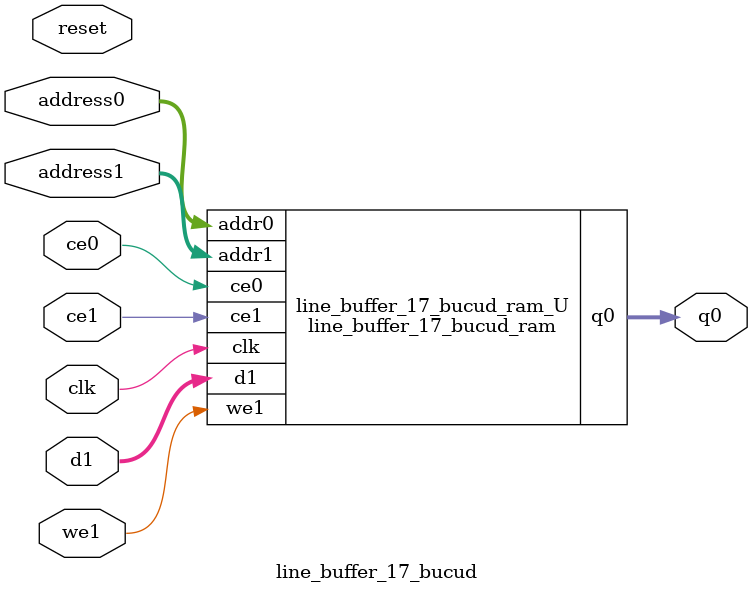
<source format=v>

`timescale 1 ns / 1 ps
module line_buffer_17_bucud_ram (addr0, ce0, q0, addr1, ce1, d1, we1,  clk);

parameter DWIDTH = 16;
parameter AWIDTH = 10;
parameter MEM_SIZE = 736;

input[AWIDTH-1:0] addr0;
input ce0;
output reg[DWIDTH-1:0] q0;
input[AWIDTH-1:0] addr1;
input ce1;
input[DWIDTH-1:0] d1;
input we1;
input clk;

(* ram_style = "block" *)reg [DWIDTH-1:0] ram[0:MEM_SIZE-1];




always @(posedge clk)  
begin 
    if (ce0) 
    begin
            q0 <= ram[addr0];
    end
end


always @(posedge clk)  
begin 
    if (ce1) 
    begin
        if (we1) 
        begin 
            ram[addr1] <= d1; 
        end 
    end
end


endmodule


`timescale 1 ns / 1 ps
module line_buffer_17_bucud(
    reset,
    clk,
    address0,
    ce0,
    q0,
    address1,
    ce1,
    we1,
    d1);

parameter DataWidth = 32'd16;
parameter AddressRange = 32'd736;
parameter AddressWidth = 32'd10;
input reset;
input clk;
input[AddressWidth - 1:0] address0;
input ce0;
output[DataWidth - 1:0] q0;
input[AddressWidth - 1:0] address1;
input ce1;
input we1;
input[DataWidth - 1:0] d1;



line_buffer_17_bucud_ram line_buffer_17_bucud_ram_U(
    .clk( clk ),
    .addr0( address0 ),
    .ce0( ce0 ),
    .q0( q0 ),
    .addr1( address1 ),
    .ce1( ce1 ),
    .d1( d1 ),
    .we1( we1 ));

endmodule


</source>
